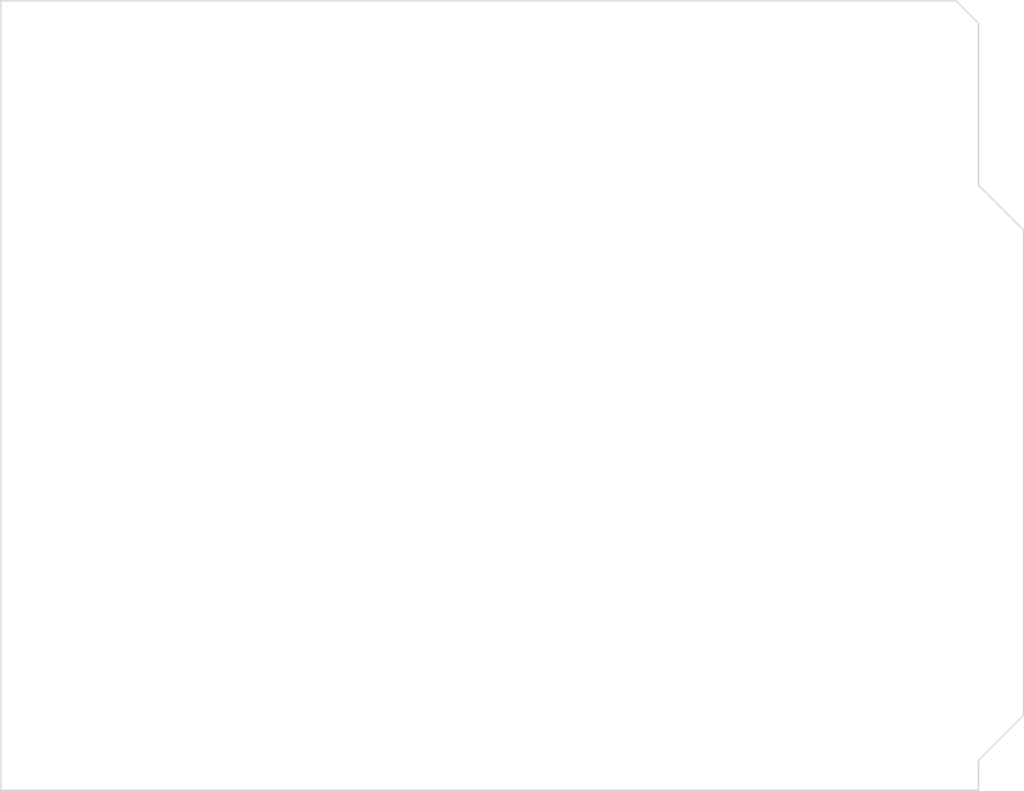
<source format=kicad_pcb>
(kicad_pcb (version 3) (host pcbnew "(2013-05-31 BZR 4019)-stable")

  (general
    (links 0)
    (no_connects 0)
    (area 103.683599 79.096399 172.871601 132.536401)
    (thickness 1.6)
    (drawings 9)
    (tracks 0)
    (zones 0)
    (modules 0)
    (nets 1)
  )

  (page A)
  (title_block 
    (title BenchBuddy)
    (rev 1)
    (company GR)
  )

  (layers
    (15 F.Cu signal)
    (0 B.Cu signal)
    (16 B.Adhes user)
    (17 F.Adhes user)
    (18 B.Paste user)
    (19 F.Paste user)
    (20 B.SilkS user)
    (21 F.SilkS user)
    (22 B.Mask user)
    (23 F.Mask user)
    (24 Dwgs.User user)
    (25 Cmts.User user)
    (26 Eco1.User user)
    (27 Eco2.User user)
    (28 Edge.Cuts user)
  )

  (setup
    (last_trace_width 0.254)
    (trace_clearance 0.254)
    (zone_clearance 0.508)
    (zone_45_only no)
    (trace_min 0.254)
    (segment_width 0.2)
    (edge_width 0.1)
    (via_size 0.889)
    (via_drill 0.635)
    (via_min_size 0.889)
    (via_min_drill 0.508)
    (uvia_size 0.508)
    (uvia_drill 0.127)
    (uvias_allowed no)
    (uvia_min_size 0.508)
    (uvia_min_drill 0.127)
    (pcb_text_width 0.3)
    (pcb_text_size 1.5 1.5)
    (mod_edge_width 0.15)
    (mod_text_size 1 1)
    (mod_text_width 0.15)
    (pad_size 1.5 1.5)
    (pad_drill 0.6)
    (pad_to_mask_clearance 0)
    (aux_axis_origin 0 0)
    (visible_elements 7FFFFFFF)
    (pcbplotparams
      (layerselection 3178497)
      (usegerberextensions true)
      (excludeedgelayer true)
      (linewidth 0.150000)
      (plotframeref false)
      (viasonmask false)
      (mode 1)
      (useauxorigin false)
      (hpglpennumber 1)
      (hpglpenspeed 20)
      (hpglpendiameter 15)
      (hpglpenoverlay 2)
      (psnegative false)
      (psa4output false)
      (plotreference true)
      (plotvalue true)
      (plotothertext true)
      (plotinvisibletext false)
      (padsonsilk false)
      (subtractmaskfromsilk false)
      (outputformat 1)
      (mirror false)
      (drillshape 1)
      (scaleselection 1)
      (outputdirectory ""))
  )

  (net 0 "")

  (net_class Default "This is the default net class."
    (clearance 0.254)
    (trace_width 0.254)
    (via_dia 0.889)
    (via_drill 0.635)
    (uvia_dia 0.508)
    (uvia_drill 0.127)
    (add_net "")
  )

  (gr_line (start 168.2496 79.1464) (end 103.7336 79.1464) (angle 90) (layer Edge.Cuts) (width 0.1))
  (gr_line (start 169.7736 91.5924) (end 169.7736 80.6704) (angle 90) (layer Edge.Cuts) (width 0.1))
  (gr_line (start 169.7736 80.6704) (end 168.2496 79.1464) (angle 90) (layer Edge.Cuts) (width 0.1))
  (gr_line (start 169.7736 132.4864) (end 169.7736 130.4544) (angle 90) (layer Edge.Cuts) (width 0.1))
  (gr_line (start 103.7336 132.4864) (end 169.7736 132.4864) (angle 90) (layer Edge.Cuts) (width 0.1))
  (gr_line (start 103.7336 79.1464) (end 103.7336 132.4864) (angle 90) (layer Edge.Cuts) (width 0.1))
  (gr_line (start 172.8216 127.4064) (end 172.8216 94.6404) (angle 90) (layer Edge.Cuts) (width 0.1))
  (gr_line (start 172.8216 127.4064) (end 169.7736 130.4544) (angle 90) (layer Edge.Cuts) (width 0.1))
  (gr_line (start 169.7736 91.5924) (end 172.8216 94.6404) (angle 90) (layer Edge.Cuts) (width 0.1))

)

</source>
